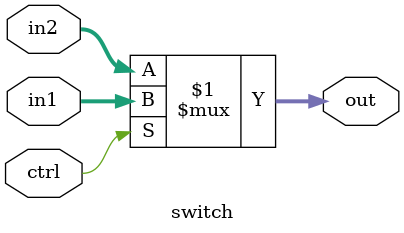
<source format=v>
module switch (input ctrl,
                input[15:0] in1, in2,
                output [15:0] out );

    assign out = ctrl ? in1 : in2;

endmodule //switch
</source>
